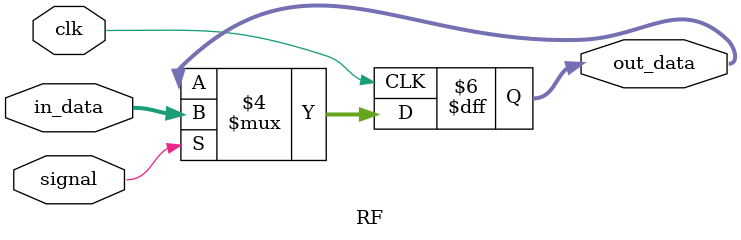
<source format=v>
module RF(clk,in_data,out_data,signal);

input clk,signal;
input [31:0]in_data;
output reg [31:0]out_data;

always @(posedge clk) begin
if(signal == 1) begin
	out_data = in_data;
	end
end
endmodule
</source>
